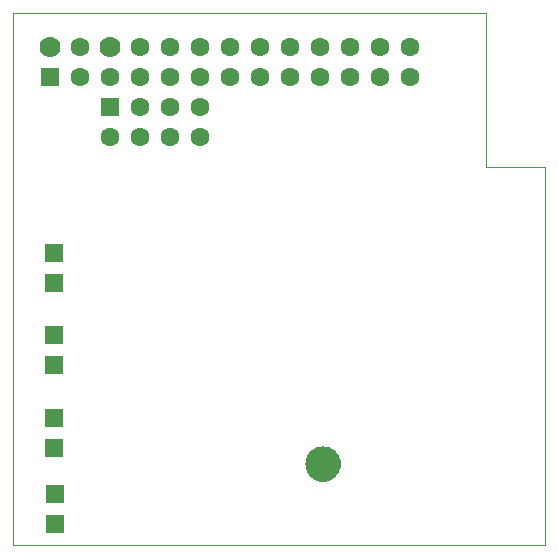
<source format=gbs>
G75*
%MOIN*%
%OFA0B0*%
%FSLAX24Y24*%
%IPPOS*%
%LPD*%
%AMOC8*
5,1,8,0,0,1.08239X$1,22.5*
%
%ADD10C,0.0000*%
%ADD11R,0.0631X0.0631*%
%ADD12C,0.0700*%
%ADD13C,0.0631*%
%ADD14C,0.1182*%
%ADD15R,0.0640X0.0640*%
D10*
X005744Y004971D02*
X023460Y004971D01*
X023460Y017570D01*
X021492Y017570D01*
X021492Y022688D01*
X005744Y022688D01*
X005744Y004971D01*
X015484Y007674D02*
X015486Y007721D01*
X015492Y007768D01*
X015501Y007814D01*
X015515Y007859D01*
X015532Y007903D01*
X015553Y007946D01*
X015577Y007986D01*
X015604Y008025D01*
X015635Y008061D01*
X015668Y008094D01*
X015704Y008125D01*
X015743Y008152D01*
X015783Y008176D01*
X015826Y008197D01*
X015870Y008214D01*
X015915Y008228D01*
X015961Y008237D01*
X016008Y008243D01*
X016055Y008245D01*
X016102Y008243D01*
X016149Y008237D01*
X016195Y008228D01*
X016240Y008214D01*
X016284Y008197D01*
X016327Y008176D01*
X016367Y008152D01*
X016406Y008125D01*
X016442Y008094D01*
X016475Y008061D01*
X016506Y008025D01*
X016533Y007986D01*
X016557Y007946D01*
X016578Y007903D01*
X016595Y007859D01*
X016609Y007814D01*
X016618Y007768D01*
X016624Y007721D01*
X016626Y007674D01*
X016624Y007627D01*
X016618Y007580D01*
X016609Y007534D01*
X016595Y007489D01*
X016578Y007445D01*
X016557Y007402D01*
X016533Y007362D01*
X016506Y007323D01*
X016475Y007287D01*
X016442Y007254D01*
X016406Y007223D01*
X016367Y007196D01*
X016327Y007172D01*
X016284Y007151D01*
X016240Y007134D01*
X016195Y007120D01*
X016149Y007111D01*
X016102Y007105D01*
X016055Y007103D01*
X016008Y007105D01*
X015961Y007111D01*
X015915Y007120D01*
X015870Y007134D01*
X015826Y007151D01*
X015783Y007172D01*
X015743Y007196D01*
X015704Y007223D01*
X015668Y007254D01*
X015635Y007287D01*
X015604Y007323D01*
X015577Y007362D01*
X015553Y007402D01*
X015532Y007445D01*
X015515Y007489D01*
X015501Y007534D01*
X015492Y007580D01*
X015486Y007627D01*
X015484Y007674D01*
D11*
X008960Y019558D03*
X006960Y020558D03*
D12*
X006960Y021558D03*
X008960Y021558D03*
D13*
X009960Y021558D03*
X010960Y021558D03*
X011960Y021558D03*
X012960Y021558D03*
X013960Y021558D03*
X014960Y021558D03*
X015960Y021558D03*
X016960Y021558D03*
X017960Y021558D03*
X018960Y021558D03*
X018960Y020558D03*
X017960Y020558D03*
X016960Y020558D03*
X015960Y020558D03*
X014960Y020558D03*
X013960Y020558D03*
X012960Y020558D03*
X011960Y020558D03*
X010960Y020558D03*
X009960Y020558D03*
X008960Y020558D03*
X007960Y020558D03*
X007960Y021558D03*
X009960Y019558D03*
X010960Y019558D03*
X011960Y019558D03*
X011960Y018558D03*
X010960Y018558D03*
X009960Y018558D03*
X008960Y018558D03*
D14*
X016055Y007674D03*
D15*
X007097Y008195D03*
X007097Y009195D03*
X007097Y010951D03*
X007097Y011951D03*
X007097Y013707D03*
X007097Y014707D03*
X007120Y006676D03*
X007120Y005676D03*
M02*

</source>
